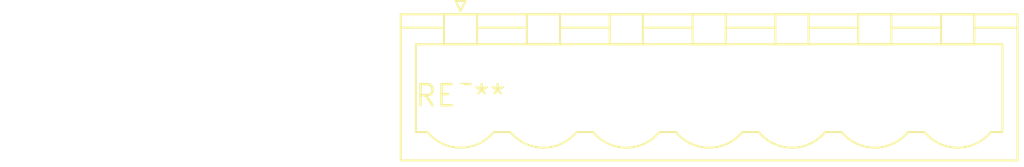
<source format=kicad_pcb>
(kicad_pcb (version 20240108) (generator pcbnew)
  (layers (0 "F.Cu" signal) (31 "B.Cu" signal) (34 "B.Paste" user) (35 "F.Paste" user) (36 "B.SilkS" user "B.Silkscreen") (37 "F.SilkS" user "F.Silkscreen") (38 "B.Mask" user) (39 "F.Mask" user) (44 "Edge.Cuts" user))
  (net 0 "")
  (footprint "PhoenixContact_MSTBVA_2,5_7-G_1x07_P5.00mm_Vertical" (layer "F.Cu") (at 0 0)
    (property "Reference" "REF**")
    (property "Value" "PhoenixContact_MSTBVA_2,5_7-G_1x07_P5.00mm_Vertical")
    (fp_line (start -3.61 -4.91) (end -3.61 3.91) (layer "F.SilkS") (stroke (width 0.12)))
    (fp_line (start -3.61 -4.1) (end -1.11 -4.1) (layer "F.SilkS") (stroke (width 0.12)))
    (fp_line (start -3.61 3.91) (end 33.61 3.91) (layer "F.SilkS") (stroke (width 0.12)))
    (fp_line (start -2.7 -3.1) (end 32.7 -3.1) (layer "F.SilkS") (stroke (width 0.12)))
    (fp_line (start -2.7 2.2) (end -2.7 -3.1) (layer "F.SilkS") (stroke (width 0.12)))
    (fp_line (start -2 2.2) (end -2.7 2.2) (layer "F.SilkS") (stroke (width 0.12)))
    (fp_line (start -1 -4.91) (end 1 -4.91) (layer "F.SilkS") (stroke (width 0.12)))
    (fp_line (start -1 -3.1) (end -1 -4.91) (layer "F.SilkS") (stroke (width 0.12)))
    (fp_line (start -0.3 -5.71) (end 0.3 -5.71) (layer "F.SilkS") (stroke (width 0.12)))
    (fp_line (start 0 -5.11) (end -0.3 -5.71) (layer "F.SilkS") (stroke (width 0.12)))
    (fp_line (start 0.3 -5.71) (end 0 -5.11) (layer "F.SilkS") (stroke (width 0.12)))
    (fp_line (start 1 -4.91) (end 1 -3.1) (layer "F.SilkS") (stroke (width 0.12)))
    (fp_line (start 1 -4.1) (end 4 -4.1) (layer "F.SilkS") (stroke (width 0.12)))
    (fp_line (start 1 -3.1) (end -1 -3.1) (layer "F.SilkS") (stroke (width 0.12)))
    (fp_line (start 2 2.2) (end 3 2.2) (layer "F.SilkS") (stroke (width 0.12)))
    (fp_line (start 4 -4.91) (end 6 -4.91) (layer "F.SilkS") (stroke (width 0.12)))
    (fp_line (start 4 -3.1) (end 4 -4.91) (layer "F.SilkS") (stroke (width 0.12)))
    (fp_line (start 6 -4.91) (end 6 -3.1) (layer "F.SilkS") (stroke (width 0.12)))
    (fp_line (start 6 -4.1) (end 9 -4.1) (layer "F.SilkS") (stroke (width 0.12)))
    (fp_line (start 6 -3.1) (end 4 -3.1) (layer "F.SilkS") (stroke (width 0.12)))
    (fp_line (start 7 2.2) (end 8 2.2) (layer "F.SilkS") (stroke (width 0.12)))
    (fp_line (start 9 -4.91) (end 11 -4.91) (layer "F.SilkS") (stroke (width 0.12)))
    (fp_line (start 9 -3.1) (end 9 -4.91) (layer "F.SilkS") (stroke (width 0.12)))
    (fp_line (start 11 -4.91) (end 11 -3.1) (layer "F.SilkS") (stroke (width 0.12)))
    (fp_line (start 11 -4.1) (end 14 -4.1) (layer "F.SilkS") (stroke (width 0.12)))
    (fp_line (start 11 -3.1) (end 9 -3.1) (layer "F.SilkS") (stroke (width 0.12)))
    (fp_line (start 12 2.2) (end 13 2.2) (layer "F.SilkS") (stroke (width 0.12)))
    (fp_line (start 14 -4.91) (end 16 -4.91) (layer "F.SilkS") (stroke (width 0.12)))
    (fp_line (start 14 -3.1) (end 14 -4.91) (layer "F.SilkS") (stroke (width 0.12)))
    (fp_line (start 16 -4.91) (end 16 -3.1) (layer "F.SilkS") (stroke (width 0.12)))
    (fp_line (start 16 -4.1) (end 19 -4.1) (layer "F.SilkS") (stroke (width 0.12)))
    (fp_line (start 16 -3.1) (end 14 -3.1) (layer "F.SilkS") (stroke (width 0.12)))
    (fp_line (start 17 2.2) (end 18 2.2) (layer "F.SilkS") (stroke (width 0.12)))
    (fp_line (start 19 -4.91) (end 21 -4.91) (layer "F.SilkS") (stroke (width 0.12)))
    (fp_line (start 19 -3.1) (end 19 -4.91) (layer "F.SilkS") (stroke (width 0.12)))
    (fp_line (start 21 -4.91) (end 21 -3.1) (layer "F.SilkS") (stroke (width 0.12)))
    (fp_line (start 21 -4.1) (end 24 -4.1) (layer "F.SilkS") (stroke (width 0.12)))
    (fp_line (start 21 -3.1) (end 19 -3.1) (layer "F.SilkS") (stroke (width 0.12)))
    (fp_line (start 22 2.2) (end 23 2.2) (layer "F.SilkS") (stroke (width 0.12)))
    (fp_line (start 24 -4.91) (end 26 -4.91) (layer "F.SilkS") (stroke (width 0.12)))
    (fp_line (start 24 -3.1) (end 24 -4.91) (layer "F.SilkS") (stroke (width 0.12)))
    (fp_line (start 26 -4.91) (end 26 -3.1) (layer "F.SilkS") (stroke (width 0.12)))
    (fp_line (start 26 -4.1) (end 29 -4.1) (layer "F.SilkS") (stroke (width 0.12)))
    (fp_line (start 26 -3.1) (end 24 -3.1) (layer "F.SilkS") (stroke (width 0.12)))
    (fp_line (start 27 2.2) (end 28 2.2) (layer "F.SilkS") (stroke (width 0.12)))
    (fp_line (start 29 -4.91) (end 31 -4.91) (layer "F.SilkS") (stroke (width 0.12)))
    (fp_line (start 29 -3.1) (end 29 -4.91) (layer "F.SilkS") (stroke (width 0.12)))
    (fp_line (start 31 -4.91) (end 31 -3.1) (layer "F.SilkS") (stroke (width 0.12)))
    (fp_line (start 31 -3.1) (end 29 -3.1) (layer "F.SilkS") (stroke (width 0.12)))
    (fp_line (start 32.7 -3.1) (end 32.7 2.2) (layer "F.SilkS") (stroke (width 0.12)))
    (fp_line (start 32.7 2.2) (end 32 2.2) (layer "F.SilkS") (stroke (width 0.12)))
    (fp_line (start 33.61 -4.91) (end -3.61 -4.91) (layer "F.SilkS") (stroke (width 0.12)))
    (fp_line (start 33.61 -4.1) (end 31.11 -4.1) (layer "F.SilkS") (stroke (width 0.12)))
    (fp_line (start 33.61 3.91) (end 33.61 -4.91) (layer "F.SilkS") (stroke (width 0.12)))
    (fp_arc (start 1.986842 2.215821) (mid -0.010289 3.142758) (end -2 2.2) (layer "F.SilkS") (stroke (width 0.12)))
    (fp_arc (start 6.986842 2.215821) (mid 4.989711 3.142758) (end 3 2.2) (layer "F.SilkS") (stroke (width 0.12)))
    (fp_arc (start 11.986842 2.215821) (mid 9.989711 3.142758) (end 8 2.2) (layer "F.SilkS") (stroke (width 0.12)))
    (fp_arc (start 16.986842 2.215821) (mid 14.989711 3.142758) (end 13 2.2) (layer "F.SilkS") (stroke (width 0.12)))
    (fp_arc (start 21.986842 2.215821) (mid 19.989711 3.142758) (end 18 2.2) (layer "F.SilkS") (stroke (width 0.12)))
    (fp_arc (start 26.986842 2.215821) (mid 24.989711 3.142758) (end 23 2.2) (layer "F.SilkS") (stroke (width 0.12)))
    (fp_arc (start 31.986842 2.215821) (mid 29.989711 3.142758) (end 28 2.2) (layer "F.SilkS") (stroke (width 0.12)))
    (pad "1" thru_hole roundrect (at 0 0) (size 2 3.6) (drill 1.4) (layers *.Cu *.Mask) (remove_unused_layers) (roundrect_rratio 0.125))
    (pad "2" thru_hole oval (at 5 0) (size 2 3.6) (drill 1.4) (layers *.Cu *.Mask) (remove_unused_layers))
    (pad "3" thru_hole oval (at 10 0) (size 2 3.6) (drill 1.4) (layers *.Cu *.Mask) (remove_unused_layers))
    (pad "4" thru_hole oval (at 15 0) (size 2 3.6) (drill 1.4) (layers *.Cu *.Mask) (remove_unused_layers))
    (pad "5" thru_hole oval (at 20 0) (size 2 3.6) (drill 1.4) (layers *.Cu *.Mask) (remove_unused_layers))
    (pad "6" thru_hole oval (at 25 0) (size 2 3.6) (drill 1.4) (layers *.Cu *.Mask) (remove_unused_layers))
    (pad "7" thru_hole oval (at 30 0) (size 2 3.6) (drill 1.4) (layers *.Cu *.Mask) (remove_unused_layers))
  )
)
</source>
